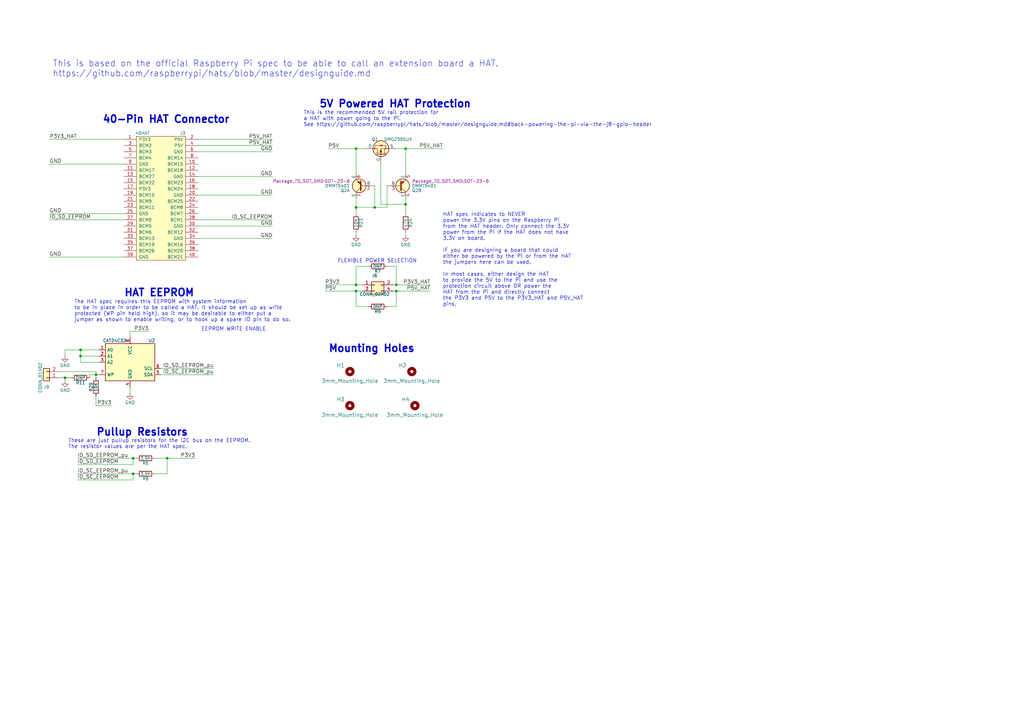
<source format=kicad_sch>
(kicad_sch (version 20230121) (generator eeschema)
  (paper "A3")
  (title_block (title "Raspberry Pi HAT") (rev "A"))
  (lib_symbols
    (symbol "Connector_Generic:Conn_01x02" (pin_names (offset 1.016) hide)
      (property "Reference" "J" (at 0 2.54 0))
      (property "Value" "Conn_01x02" (at 0 -5.08 0))
      (symbol "Conn_01x02_1_1"
        (rectangle (start -1.27 -2.413) (end 0 -2.667) (stroke (width 0.1524)))
        (rectangle (start -1.27 0.127) (end 0 -0.127) (stroke (width 0.1524)))
        (rectangle (start -1.27 1.27) (end 1.27 -3.81) (stroke (width 0.254)) (fill (type background)))
        (pin passive line (at -5.08 0 0) (length 3.81) (name "Pin_1") (number "1"))
        (pin passive line (at -5.08 -2.54 0) (length 3.81) (name "Pin_2") (number "2"))
      )
    )
    (symbol "Connector_Generic:Conn_02x02_Odd_Even" (pin_names (offset 1.016) hide)
      (property "Reference" "J" (at 1.27 2.54 0))
      (property "Value" "Conn_02x02_Odd_Even" (at 1.27 -5.08 0))
      (symbol "Conn_02x02_Odd_Even_1_1"
        (rectangle (start -1.27 -2.413) (end 0 -2.667) (stroke (width 0.1524)))
        (rectangle (start -1.27 0.127) (end 0 -0.127) (stroke (width 0.1524)))
        (rectangle (start -1.27 1.27) (end 3.81 -3.81) (stroke (width 0.254)) (fill (type background)))
        (rectangle (start 3.81 -2.413) (end 2.54 -2.667) (stroke (width 0.1524)))
        (rectangle (start 3.81 0.127) (end 2.54 -0.127) (stroke (width 0.1524)))
        (pin passive line (at -5.08 0 0) (length 3.81) (name "Pin_1") (number "1"))
        (pin passive line (at 7.62 0 180) (length 3.81) (name "Pin_2") (number "2"))
        (pin passive line (at -5.08 -2.54 0) (length 3.81) (name "Pin_3") (number "3"))
        (pin passive line (at 7.62 -2.54 180) (length 3.81) (name "Pin_4") (number "4"))
      )
    )
    (symbol "Device:R" (pin_numbers hide) (pin_names (offset 0))
      (property "Reference" "R" (at 2.032 0 90))
      (property "Value" "R" (at 0 0 90))
      (symbol "R_0_1"
        (rectangle (start -1.016 -2.54) (end 1.016 2.54) (stroke (width 0.254)))
      )
      (symbol "R_1_1"
        (pin passive line (at 0 3.81 270) (length 1.27) (name "~") (number "1"))
        (pin passive line (at 0 -3.81 90) (length 1.27) (name "~") (number "2"))
      )
    )
    (symbol "power:GND" (power) (pin_names (offset 0))
      (property "Value" "GND" (at 0 -3.81 0))
      (symbol "GND_0_1"
        (polyline (pts (xy 0 0) (xy 0 -1.27) (xy 1.27 -1.27) (xy 0 -2.54) (xy -1.27 -1.27) (xy 0 -1.27)))
      )
      (symbol "GND_1_1"
        (pin power_in line (at 0 0 270) (length 0) hide (name "GND") (number "1"))
      )
    )
    (symbol "raspberrypi_hat-rescue:Mounting_Hole-Mechanical" (pin_names (offset 1.016))
      (property "Reference" "MK" (at 0 5.08 0))
      (property "Value" "Mechanical:Mounting_Hole" (at 0 3.175 0))
      (symbol "Mounting_Hole-Mechanical_0_1"
        (circle (center 0 0) (radius 1.27) (stroke (width 1.27)))
      )
    )
    (symbol "raspberrypi_hat:CAT24C32" (pin_names (offset 0.762))
      (property "Reference" "U" (at -8.89 8.89 0))
      (property "Value" "CAT24C32" (at 6.35 8.89 0))
      (symbol "CAT24C32_0_0"
        (pin power_in line (at 0 -10.16 90) (length 2.54) (name "GND") (number "4"))
        (pin power_in line (at 0 10.16 270) (length 2.54) (name "VCC") (number "8"))
      )
      (symbol "CAT24C32_1_1"
        (rectangle (start -10.16 -7.62) (end 10.16 7.62) (stroke (width 0.254)) (fill (type background)))
        (pin input line (at -12.7 5.08 0) (length 2.54) (name "A0") (number "1"))
        (pin input line (at -12.7 2.54 0) (length 2.54) (name "A1") (number "2"))
        (pin input line (at -12.7 0 0) (length 2.54) (name "A2") (number "3"))
        (pin bidirectional line (at 12.7 -5.08 180) (length 2.54) (name "SDA") (number "5"))
        (pin input line (at 12.7 -2.54 180) (length 2.54) (name "SCL") (number "6"))
        (pin input line (at -12.7 -5.08 0) (length 2.54) (name "WP") (number "7"))
      )
    )
    (symbol "raspberrypi_hat:DMG2305UX" (pin_numbers hide) (pin_names (offset 0))
      (property "Reference" "Q" (at -2.54 3.81 0))
      (property "Value" "DMG2305UX" (at 12.7 3.81 0))
      (symbol "DMG2305UX_0_1"
        (polyline (pts (xy -2.54 0) (xy -2.286 0)) (stroke (width 0.254)))
        (polyline (pts (xy -1.778 -1.524) (xy 0 -1.524)))
        (polyline (pts (xy -1.778 -1.016) (xy -1.778 -2.032)))
        (polyline (pts (xy -1.778 0) (xy 0 0)))
        (polyline (pts (xy -1.778 0.508) (xy -1.778 -0.508)))
        (polyline (pts (xy -1.778 1.397) (xy 0 1.397)))
        (polyline (pts (xy -1.778 1.905) (xy -1.778 0.889)))
        (polyline (pts (xy 0 -2.032) (xy 0 -2.921)))
        (polyline (pts (xy 0 -1.778) (xy 0 0)))
        (polyline (pts (xy 0 -1.27) (xy 0 -2.032)))
        (polyline (pts (xy 0 1.524) (xy 0 2.794)))
        (polyline (pts (xy 0 2.159) (xy 0 1.397)))
        (polyline (pts (xy 0.889 -0.5334) (xy 1.6764 -0.508)))
        (polyline (pts (xy -2.286 1.778) (xy -2.286 -1.905) (xy -2.286 -1.397) (xy -2.286 -1.651)) (stroke (width 0.254)))
        (polyline (pts (xy -0.381 0) (xy -1.397 0.381) (xy -1.397 -0.381) (xy -0.381 0)) (fill (type outline)))
        (polyline (pts (xy 1.27 -0.4572) (xy 0.9906 0.1524) (xy 1.524 0.1524) (xy 1.2446 -0.4572)) (fill (type outline)))
        (polyline (pts (xy 0 2.54) (xy 1.27 2.54) (xy 1.27 0.508) (xy 1.27 -2.032) (xy 0 -2.032)))
        (circle (center 0 0) (radius 3.2512) (stroke (width 0.254)) (fill (type background)))
        (circle (center 0.0254 -2.032) (radius 0.1524) (fill (type outline)))
        (circle (center 0.0254 2.54) (radius 0.1778) (fill (type outline)))
      )
      (symbol "DMG2305UX_1_1"
        (pin input line (at -6.35 0 0) (length 3.81) (name "G") (number "1"))
        (pin passive line (at 0 -6.35 90) (length 3.81) (name "S") (number "2"))
        (pin passive line (at 0 6.35 270) (length 3.81) (name "D") (number "3"))
      )
    )
    (symbol "raspberrypi_hat:DMMT5401" (pin_names (offset 0))
      (property "Reference" "Q" (at 5.08 1.905 0))
      (property "Value" "DMMT5401" (at 5.08 0 0))
      (property "Footprint" "SOT-26" (at 5.08 -1.905 0))
      (symbol "DMMT5401_0_1"
        (polyline (pts (xy 0 0) (xy 0.635 0)))
        (polyline (pts (xy 2.54 -2.54) (xy 0.635 -0.635)))
        (polyline (pts (xy 2.54 2.54) (xy 0.635 0.635)))
        (polyline (pts (xy 0.635 1.905) (xy 0.635 -1.905) (xy 0.635 -1.905)) (stroke (width 0.508)) (fill (type outline)))
        (polyline (pts (xy 1.397 -1.905) (xy 1.905 -1.397) (xy 0.889 -0.889) (xy 1.397 -1.905) (xy 1.397 -1.905)) (fill (type outline)))
        (circle (center 1.27 0) (radius 2.8194) (stroke (width 0.254)) (fill (type background)))
      )
      (symbol "DMMT5401_1_1"
        (pin passive line (at 2.54 5.08 270) (length 2.54) (name "C") (number "1"))
        (pin input line (at -5.08 0 0) (length 5.08) (name "B") (number "2"))
        (pin passive line (at 2.54 -5.08 90) (length 2.54) (name "E") (number "6"))
      )
      (symbol "DMMT5401_2_1"
        (pin input line (at -5.08 0 0) (length 5.08) (name "B") (number "3"))
        (pin passive line (at 2.54 5.08 270) (length 2.54) (name "C") (number "4"))
        (pin passive line (at 2.54 -5.08 90) (length 2.54) (name "E") (number "5"))
      )
    )
    (symbol "raspberrypi_hat:OX40HAT" (pin_names (offset 1.016))
      (property "Reference" "J" (at 8.89 2.54 0))
      (property "Value" "OX40HAT" (at -7.62 2.54 0))
      (symbol "OX40HAT_0_1"
        (rectangle (start -10.16 1.27) (end 10.16 -49.53) (fill (type background)))
      )
      (symbol "OX40HAT_1_1"
        (pin bidirectional line (at -15.24 0 0) (length 5.08) (name "P3V3") (number "1"))
        (pin bidirectional line (at 15.24 -10.16 180) (length 5.08) (name "BCM15") (number "10"))
        (pin bidirectional line (at -15.24 -12.7 0) (length 5.08) (name "BCM17") (number "11"))
        (pin bidirectional line (at 15.24 -12.7 180) (length 5.08) (name "BCM18") (number "12"))
        (pin bidirectional line (at -15.24 -15.24 0) (length 5.08) (name "BCM27") (number "13"))
        (pin bidirectional line (at 15.24 -15.24 180) (length 5.08) (name "GND") (number "14"))
        (pin bidirectional line (at -15.24 -17.78 0) (length 5.08) (name "BCM22") (number "15"))
        (pin bidirectional line (at 15.24 -17.78 180) (length 5.08) (name "BCM23") (number "16"))
        (pin bidirectional line (at -15.24 -20.32 0) (length 5.08) (name "P3V3") (number "17"))
        (pin bidirectional line (at 15.24 -20.32 180) (length 5.08) (name "BCM24") (number "18"))
        (pin bidirectional line (at -15.24 -22.86 0) (length 5.08) (name "BCM10") (number "19"))
        (pin bidirectional line (at 15.24 0 180) (length 5.08) (name "P5V") (number "2"))
        (pin bidirectional line (at 15.24 -22.86 180) (length 5.08) (name "GND") (number "20"))
        (pin bidirectional line (at -15.24 -25.4 0) (length 5.08) (name "BCM9") (number "21"))
        (pin bidirectional line (at 15.24 -25.4 180) (length 5.08) (name "BCM25") (number "22"))
        (pin bidirectional line (at -15.24 -27.94 0) (length 5.08) (name "BCM11") (number "23"))
        (pin bidirectional line (at 15.24 -27.94 180) (length 5.08) (name "BCM8") (number "24"))
        (pin bidirectional line (at -15.24 -30.48 0) (length 5.08) (name "GND") (number "25"))
        (pin bidirectional line (at 15.24 -30.48 180) (length 5.08) (name "BCM7") (number "26"))
        (pin bidirectional line (at -15.24 -33.02 0) (length 5.08) (name "BCM0") (number "27"))
        (pin bidirectional line (at 15.24 -33.02 180) (length 5.08) (name "BCM1") (number "28"))
        (pin bidirectional line (at -15.24 -35.56 0) (length 5.08) (name "BCM5") (number "29"))
        (pin bidirectional line (at -15.24 -2.54 0) (length 5.08) (name "BCM2") (number "3"))
        (pin bidirectional line (at 15.24 -35.56 180) (length 5.08) (name "GND") (number "30"))
        (pin bidirectional line (at -15.24 -38.1 0) (length 5.08) (name "BCM6") (number "31"))
        (pin bidirectional line (at 15.24 -38.1 180) (length 5.08) (name "BCM12") (number "32"))
        (pin bidirectional line (at -15.24 -40.64 0) (length 5.08) (name "BCM13") (number "33"))
        (pin bidirectional line (at 15.24 -40.64 180) (length 5.08) (name "GND") (number "34"))
        (pin bidirectional line (at -15.24 -43.18 0) (length 5.08) (name "BCM19") (number "35"))
        (pin bidirectional line (at 15.24 -43.18 180) (length 5.08) (name "BCM16") (number "36"))
        (pin bidirectional line (at -15.24 -45.72 0) (length 5.08) (name "BCM26") (number "37"))
        (pin bidirectional line (at 15.24 -45.72 180) (length 5.08) (name "BCM20") (number "38"))
        (pin bidirectional line (at -15.24 -48.26 0) (length 5.08) (name "GND") (number "39"))
        (pin bidirectional line (at 15.24 -2.54 180) (length 5.08) (name "P5V") (number "4"))
        (pin bidirectional line (at 15.24 -48.26 180) (length 5.08) (name "BCM21") (number "40"))
        (pin bidirectional line (at -15.24 -5.08 0) (length 5.08) (name "BCM3") (number "5"))
        (pin bidirectional line (at 15.24 -5.08 180) (length 5.08) (name "GND") (number "6"))
        (pin bidirectional line (at -15.24 -7.62 0) (length 5.08) (name "BCM4") (number "7"))
        (pin bidirectional line (at 15.24 -7.62 180) (length 5.08) (name "BCM14") (number "8"))
        (pin bidirectional line (at -15.24 -10.16 0) (length 5.08) (name "GND") (number "9"))
      )
    )
  )
  (junction (at 153.67 85.09))
  (junction (at 166.37 83.82))
  (junction (at 54.61 187.96))
  (junction (at 162.56 119.38))
  (junction (at 54.61 194.31))
  (junction (at 146.05 116.84))
  (junction (at 33.02 143.51))
  (junction (at 39.37 153.67))
  (junction (at 146.05 60.96))
  (junction (at 68.58 187.96))
  (junction (at 146.05 85.09))
  (junction (at 166.37 60.96))
  (junction (at 146.05 119.38))
  (junction (at 162.56 116.84))
  (junction (at 33.02 146.05))
  (junction (at 26.67 154.94))
  (wire (pts (xy 166.37 83.82) (xy 166.37 87.63)))
  (wire (pts (xy 87.63 153.67) (xy 66.04 153.67)))
  (wire (pts (xy 54.61 194.31) (xy 55.88 194.31)))
  (wire (pts (xy 54.61 196.85) (xy 54.61 194.31)))
  (wire (pts (xy 153.67 85.09) (xy 158.75 85.09)))
  (wire (pts (xy 133.35 119.38) (xy 146.05 119.38)))
  (wire (pts (xy 31.75 194.31) (xy 54.61 194.31)))
  (wire (pts (xy 33.02 143.51) (xy 40.64 143.51)))
  (wire (pts (xy 31.75 187.96) (xy 54.61 187.96)))
  (wire (pts (xy 26.67 143.51) (xy 26.67 146.05)))
  (wire (pts (xy 50.8 67.31) (xy 20.32 67.31)))
  (wire (pts (xy 161.29 119.38) (xy 162.56 119.38)))
  (wire (pts (xy 39.37 166.37) (xy 39.37 162.56)))
  (wire (pts (xy 33.02 148.59) (xy 40.64 148.59)))
  (wire (pts (xy 146.05 96.52) (xy 146.05 95.25)))
  (wire (pts (xy 153.67 76.2) (xy 153.67 85.09)))
  (wire (pts (xy 162.56 116.84) (xy 162.56 109.22)))
  (wire (pts (xy 50.8 87.63) (xy 20.32 87.63)))
  (wire (pts (xy 54.61 190.5) (xy 54.61 187.96)))
  (wire (pts (xy 162.56 125.73) (xy 162.56 119.38)))
  (wire (pts (xy 146.05 109.22) (xy 146.05 116.84)))
  (wire (pts (xy 166.37 71.12) (xy 166.37 60.96)))
  (wire (pts (xy 54.61 187.96) (xy 55.88 187.96)))
  (wire (pts (xy 40.64 146.05) (xy 33.02 146.05)))
  (wire (pts (xy 81.28 90.17) (xy 111.76 90.17)))
  (wire (pts (xy 33.02 143.51) (xy 33.02 146.05)))
  (wire (pts (xy 166.37 96.52) (xy 166.37 95.25)))
  (wire (pts (xy 53.34 158.75) (xy 53.34 161.29)))
  (wire (pts (xy 54.61 196.85) (xy 31.75 196.85)))
  (wire (pts (xy 146.05 119.38) (xy 148.59 119.38)))
  (wire (pts (xy 134.62 60.96) (xy 146.05 60.96)))
  (wire (pts (xy 68.58 187.96) (xy 80.01 187.96)))
  (wire (pts (xy 53.34 135.89) (xy 60.96 135.89)))
  (wire (pts (xy 68.58 194.31) (xy 63.5 194.31)))
  (wire (pts (xy 53.34 135.89) (xy 53.34 138.43)))
  (wire (pts (xy 33.02 146.05) (xy 33.02 148.59)))
  (wire (pts (xy 26.67 154.94) (xy 29.21 154.94)))
  (wire (pts (xy 146.05 71.12) (xy 146.05 60.96)))
  (wire (pts (xy 36.83 153.67) (xy 36.83 154.94)))
  (wire (pts (xy 24.13 152.4) (xy 39.37 152.4)))
  (wire (pts (xy 151.13 109.22) (xy 146.05 109.22)))
  (wire (pts (xy 36.83 153.67) (xy 39.37 153.67)))
  (wire (pts (xy 81.28 72.39) (xy 111.76 72.39)))
  (wire (pts (xy 146.05 116.84) (xy 148.59 116.84)))
  (wire (pts (xy 166.37 60.96) (xy 181.61 60.96)))
  (wire (pts (xy 146.05 60.96) (xy 149.86 60.96)))
  (wire (pts (xy 39.37 153.67) (xy 39.37 154.94)))
  (wire (pts (xy 26.67 143.51) (xy 33.02 143.51)))
  (wire (pts (xy 81.28 97.79) (xy 111.76 97.79)))
  (wire (pts (xy 81.28 80.01) (xy 111.76 80.01)))
  (wire (pts (xy 162.56 109.22) (xy 158.75 109.22)))
  (wire (pts (xy 63.5 187.96) (xy 68.58 187.96)))
  (wire (pts (xy 26.67 156.21) (xy 26.67 154.94)))
  (wire (pts (xy 158.75 85.09) (xy 158.75 76.2)))
  (wire (pts (xy 68.58 194.31) (xy 68.58 187.96)))
  (wire (pts (xy 24.13 154.94) (xy 26.67 154.94)))
  (wire (pts (xy 146.05 81.28) (xy 146.05 85.09)))
  (wire (pts (xy 146.05 125.73) (xy 151.13 125.73)))
  (wire (pts (xy 81.28 92.71) (xy 111.76 92.71)))
  (wire (pts (xy 156.21 67.31) (xy 156.21 83.82)))
  (wire (pts (xy 158.75 125.73) (xy 162.56 125.73)))
  (wire (pts (xy 156.21 83.82) (xy 166.37 83.82)))
  (wire (pts (xy 81.28 59.69) (xy 111.76 59.69)))
  (wire (pts (xy 54.61 190.5) (xy 31.75 190.5)))
  (wire (pts (xy 162.56 60.96) (xy 166.37 60.96)))
  (wire (pts (xy 81.28 62.23) (xy 111.76 62.23)))
  (wire (pts (xy 39.37 153.67) (xy 40.64 153.67)))
  (wire (pts (xy 50.8 90.17) (xy 20.32 90.17)))
  (wire (pts (xy 161.29 116.84) (xy 162.56 116.84)))
  (wire (pts (xy 45.72 166.37) (xy 39.37 166.37)))
  (wire (pts (xy 146.05 85.09) (xy 153.67 85.09)))
  (wire (pts (xy 146.05 85.09) (xy 146.05 87.63)))
  (wire (pts (xy 133.35 116.84) (xy 146.05 116.84)))
  (wire (pts (xy 50.8 105.41) (xy 20.32 105.41)))
  (wire (pts (xy 146.05 119.38) (xy 146.05 125.73)))
  (wire (pts (xy 39.37 152.4) (xy 39.37 153.67)))
  (wire (pts (xy 81.28 57.15) (xy 111.76 57.15)))
  (wire (pts (xy 66.04 151.13) (xy 87.63 151.13)))
  (wire (pts (xy 162.56 116.84) (xy 176.53 116.84)))
  (wire (pts (xy 166.37 81.28) (xy 166.37 83.82)))
  (wire (pts (xy 162.56 119.38) (xy 176.53 119.38)))
  (wire (pts (xy 50.8 57.15) (xy 20.32 57.15)))
  (text "Pullup Resistors" (at 39.37 179.07 0) (effects (font (size 2.9972 2.9972) (thickness 0.5994) bold) (justify left bottom)))
  (text "The HAT spec requires this EEPROM with system information\nto be in place in order to be called a HAT. It should be set up as write\nprotected (WP pin held high), so it may be desirable to either put a \njumper as shown to enable writing, or to hook up a spare IO pin to do so." (at 30.48 132.08 0) (effects (font (size 1.524 1.524)) (justify left bottom)))
  (text "FLEXIBLE POWER SELECTION" (at 138.43 107.95 0) (effects (font (size 1.524 1.524)) (justify left bottom)))
  (text "This is based on the official Raspberry Pi spec to be able to call an extension board a HAT.\nhttps://github.com/raspberrypi/hats/blob/master/designguide.md" (at 21.59 31.75 0) (effects (font (size 2.54 2.54)) (justify left bottom)))
  (text "This is the recommended 5V rail protection for \na HAT with power going to the Pi.\nSee https://github.com/raspberrypi/hats/blob/master/designguide.md#back-powering-the-pi-via-the-j8-gpio-header" (at 124.46 52.07 0) (effects (font (size 1.524 1.524)) (justify left bottom)))
  (text "40-Pin HAT Connector" (at 41.91 50.8 0) (effects (font (size 2.9972 2.9972) (thickness 0.5994) bold) (justify left bottom)))
  (text "Mounting Holes" (at 134.62 144.78 0) (effects (font (size 2.9972 2.9972) (thickness 0.5994) bold) (justify left bottom)))
  (text "These are just pullup resistors for the I2C bus on the EEPROM.\nThe resistor values are per the HAT spec." (at 27.94 184.15 0) (effects (font (size 1.524 1.524)) (justify left bottom)))
  (text "5V Powered HAT Protection" (at 130.81 44.45 0) (effects (font (size 2.9972 2.9972) (thickness 0.5994) bold) (justify left bottom)))
  (text "EEPROM WRITE ENABLE" (at 82.55 135.89 0) (effects (font (size 1.524 1.524)) (justify left bottom)))
  (text "HAT spec indicates to NEVER\npower the 3.3V pins on the Raspberry Pi \nfrom the HAT header. Only connect the 3.3V\npower from the Pi if the HAT does not have\n3.3V on board.\n\nIF you are designing a board that could\neither be powered by the Pi or from the HAT\nthe jumpers here can be used.\n\nIn most cases, either design the HAT \nto provide the 5V to the Pi and use the\nprotection circuit above OR power the\nHAT from the Pi and directly connect\nthe P3V3 and P5V to the P3V3_HAT and P5V_HAT\npins." (at 181.61 125.73 0) (effects (font (size 1.524 1.524)) (justify left bottom)))
  (text "HAT EEPROM" (at 50.8 121.92 0) (effects (font (size 2.9972 2.9972) (thickness 0.5994) bold) (justify left bottom)))
  (label "GND" (at 111.76 72.39 180) (effects (font (size 1.524 1.524))))
  (label "ID_SC_EEPROM" (at 111.76 90.17 180) (effects (font (size 1.524 1.524))))
  (label "P3V3_HAT" (at 20.32 57.15 0) (effects (font (size 1.524 1.524))))
  (label "P3V3" (at 45.72 166.37 180) (effects (font (size 1.524 1.524))))
  (label "P3V3" (at 133.35 116.84 0) (effects (font (size 1.524 1.524))))
  (label "GND" (at 20.32 87.63 0) (effects (font (size 1.524 1.524))))
  (label "ID_SC_EEPROM" (at 31.75 196.85 0) (effects (font (size 1.524 1.524))))
  (label "P3V3" (at 60.96 135.89 180) (effects (font (size 1.524 1.524))))
  (label "GND" (at 20.32 105.41 0) (effects (font (size 1.524 1.524))))
  (label "ID_SD_EEPROM" (at 31.75 190.5 0) (effects (font (size 1.524 1.524))))
  (label "P5V" (at 133.35 119.38 0) (effects (font (size 1.524 1.524))))
  (label "P5V" (at 134.62 60.96 0) (effects (font (size 1.524 1.524))))
  (label "ID_SC_EEPROM_pu" (at 87.63 153.67 180) (effects (font (size 1.524 1.524))))
  (label "P3V3_HAT" (at 176.53 116.84 180) (effects (font (size 1.524 1.524))))
  (label "ID_SD_EEPROM_pu" (at 87.63 151.13 180) (effects (font (size 1.524 1.524))))
  (label "ID_SD_EEPROM" (at 20.32 90.17 0) (effects (font (size 1.524 1.524))))
  (label "GND" (at 111.76 80.01 180) (effects (font (size 1.524 1.524))))
  (label "GND" (at 111.76 97.79 180) (effects (font (size 1.524 1.524))))
  (label "GND" (at 111.76 62.23 180) (effects (font (size 1.524 1.524))))
  (label "ID_SC_EEPROM_pu" (at 31.75 194.31 0) (effects (font (size 1.524 1.524))))
  (label "GND" (at 20.32 67.31 0) (effects (font (size 1.524 1.524))))
  (label "ID_SD_EEPROM_pu" (at 31.75 187.96 0) (effects (font (size 1.524 1.524))))
  (label "P5V_HAT" (at 181.61 60.96 180) (effects (font (size 1.524 1.524))))
  (label "P5V_HAT" (at 111.76 57.15 180) (effects (font (size 1.524 1.524))))
  (label "GND" (at 111.76 92.71 180) (effects (font (size 1.524 1.524))))
  (label "P3V3" (at 80.01 187.96 180) (effects (font (size 1.524 1.524))))
  (label "P5V_HAT" (at 176.53 119.38 180) (effects (font (size 1.524 1.524))))
  (label "P5V_HAT" (at 111.76 59.69 180) (effects (font (size 1.524 1.524))))
  (symbol (lib_id "raspberrypi_hat-rescue:Mounting_Hole-Mechanical") (at 143.51 152.4 0) (unit 1)
    (property "Reference" "H1" (at 139.7 149.86 0) (effects (font (size 1.524 1.524))))
    (property "Value" "3mm_Mounting_Hole" (at 143.51 156.21 0) (effects (font (size 1.524 1.524))))
    (property "Footprint" "project_footprints:NPTH_3mm_ID" (effects hide))
  )
  (symbol (lib_id "raspberrypi_hat-rescue:Mounting_Hole-Mechanical") (at 168.91 152.4 0) (unit 1)
    (property "Reference" "H2" (at 165.1 149.86 0) (effects (font (size 1.524 1.524))))
    (property "Value" "3mm_Mounting_Hole" (at 168.91 156.21 0) (effects (font (size 1.524 1.524))))
    (property "Footprint" "project_footprints:NPTH_3mm_ID" (effects hide))
  )
  (symbol (lib_id "raspberrypi_hat-rescue:Mounting_Hole-Mechanical") (at 143.51 166.37 0) (unit 1)
    (property "Reference" "H3" (at 139.7 163.83 0) (effects (font (size 1.524 1.524))))
    (property "Value" "3mm_Mounting_Hole" (at 143.51 170.18 0) (effects (font (size 1.524 1.524))))
    (property "Footprint" "project_footprints:NPTH_3mm_ID" (effects hide))
  )
  (symbol (lib_id "raspberrypi_hat-rescue:Mounting_Hole-Mechanical") (at 170.18 166.37 0) (unit 1)
    (property "Reference" "H4" (at 166.37 163.83 0) (effects (font (size 1.524 1.524))))
    (property "Value" "3mm_Mounting_Hole" (at 170.18 170.18 0) (effects (font (size 1.524 1.524))))
    (property "Footprint" "project_footprints:NPTH_3mm_ID" (effects hide))
  )
  (symbol (lib_id "raspberrypi_hat:OX40HAT") (at 66.04 57.15 0) (unit 1)
    (property "Reference" "J3" (at 74.93 54.61 0))
    (property "Value" "40HAT" (at 58.42 54.61 0))
    (property "Footprint" "Connector_PinSocket_2.54mm:PinSocket_2x20_P2.54mm_Vertical" (effects hide))
  )
  (symbol (lib_id "Connector_Generic:Conn_02x02_Odd_Even") (at 153.67 116.84 0) (unit 1)
    (property "Reference" "J6" (at 153.67 113.03 0))
    (property "Value" "CONN_02X02" (at 153.67 120.65 0))
    (property "Footprint" "Connector_PinHeader_2.54mm:PinHeader_2x02_P2.54mm_Vertical" (effects hide))
  )
  (symbol (lib_id "raspberrypi_hat:DMG2305UX") (at 156.21 60.96 90) (unit 1)
    (property "Reference" "Q1" (at 152.4 57.15 90) (effects (justify right)))
    (property "Value" "DMG2305UX" (at 157.48 57.15 90) (effects (justify right)))
    (property "Footprint" "Package_TO_SOT_SMD:SOT-23" (effects hide))
  )
  (symbol (lib_id "raspberrypi_hat:DMMT5401") (at 148.59 76.2 180) (unit 1)
    (property "Reference" "Q2" (at 143.51 78.105 0) (effects (justify left)))
    (property "Value" "DMMT5401" (at 143.51 76.2 0) (effects (justify left)))
    (property "Footprint" "Package_TO_SOT_SMD:SOT-23-6" (at 143.51 74.295 0) (effects (font italic) (justify left)))
  )
  (symbol (lib_id "raspberrypi_hat:DMMT5401") (at 163.83 76.2 0) (mirror x) (unit 2)
    (property "Reference" "Q2" (at 168.91 78.105 0) (effects (justify left)))
    (property "Value" "DMMT5401" (at 168.91 76.2 0) (effects (justify left)))
    (property "Footprint" "Package_TO_SOT_SMD:SOT-23-6" (at 168.91 74.295 0) (effects (font italic) (justify left)))
  )
  (symbol (lib_id "Device:R") (at 146.05 91.44 0) (unit 1)
    (property "Reference" "R23" (at 148.082 91.44 90))
    (property "Value" "10K" (at 146.05 91.44 90))
    (property "Footprint" "Resistor_SMD:R_0603_1608Metric_Pad0.84x1.00mm_HandSolder" (effects hide))
  )
  (symbol (lib_id "Device:R") (at 166.37 91.44 0) (unit 1)
    (property "Reference" "R24" (at 168.402 91.44 90))
    (property "Value" "47K" (at 166.37 91.44 90))
    (property "Footprint" "Resistor_SMD:R_0603_1608Metric_Pad0.84x1.00mm_HandSolder" (effects hide))
  )
  (symbol (lib_id "power:GND") (at 146.05 96.52 0) (unit 1)
    (property "Reference" "#PWR01" (effects hide))
    (property "Value" "GND" (at 146.05 100.33 0))
  )
  (symbol (lib_id "power:GND") (at 166.37 96.52 0) (unit 1)
    (property "Reference" "#PWR02" (effects hide))
    (property "Value" "GND" (at 166.37 100.33 0))
  )
  (symbol (lib_id "raspberrypi_hat:CAT24C32") (at 53.34 148.59 0) (unit 1)
    (property "Reference" "U2" (at 62.23 139.7 0))
    (property "Value" "CAT24C32" (at 46.99 139.7 0))
    (property "Footprint" "Package_SOIC:SOIC-8_3.9x4.9mm_P1.27mm" (effects hide))
  )
  (symbol (lib_id "Device:R") (at 59.69 187.96 270) (unit 1)
    (property "Reference" "R6" (at 59.69 189.992 90))
    (property "Value" "3.9K" (at 59.69 187.96 90))
    (property "Footprint" "Resistor_SMD:R_0603_1608Metric_Pad0.84x1.00mm_HandSolder" (effects hide))
  )
  (symbol (lib_id "Device:R") (at 59.69 194.31 270) (unit 1)
    (property "Reference" "R8" (at 59.69 196.342 90))
    (property "Value" "3.9K" (at 59.69 194.31 90))
    (property "Footprint" "Resistor_SMD:R_0603_1608Metric_Pad0.84x1.00mm_HandSolder" (effects hide))
  )
  (symbol (lib_id "Connector_Generic:Conn_01x02") (at 19.05 154.94 180) (unit 1)
    (property "Reference" "J9" (at 19.05 158.75 0))
    (property "Value" "CONN_01X02" (at 16.51 154.94 90))
    (property "Footprint" "Connector_PinHeader_2.54mm:PinHeader_1x02_P2.54mm_Vertical" (effects hide))
  )
  (symbol (lib_id "Device:R") (at 39.37 158.75 180) (unit 1)
    (property "Reference" "R29" (at 37.338 158.75 90))
    (property "Value" "10K" (at 39.37 158.75 90))
    (property "Footprint" "Resistor_SMD:R_0603_1608Metric_Pad0.84x1.00mm_HandSolder" (effects hide))
  )
  (symbol (lib_id "power:GND") (at 26.67 146.05 0) (unit 1)
    (property "Reference" "#PWR03" (effects hide))
    (property "Value" "GND" (at 26.67 149.86 0))
  )
  (symbol (lib_id "power:GND") (at 26.67 156.21 0) (unit 1)
    (property "Reference" "#PWR04" (effects hide))
    (property "Value" "GND" (at 26.67 160.02 0))
  )
  (symbol (lib_id "Device:R") (at 154.94 109.22 270) (unit 1)
    (property "Reference" "R7" (at 154.94 111.252 90))
    (property "Value" "DNP" (at 154.94 109.22 90))
    (property "Footprint" "Resistor_SMD:R_0603_1608Metric_Pad0.84x1.00mm_HandSolder" (effects hide))
  )
  (symbol (lib_id "Device:R") (at 154.94 125.73 270) (unit 1)
    (property "Reference" "R9" (at 154.94 127.762 90))
    (property "Value" "DNP" (at 154.94 125.73 90))
    (property "Footprint" "Resistor_SMD:R_0603_1608Metric_Pad0.84x1.00mm_HandSolder" (effects hide))
  )
  (symbol (lib_id "Device:R") (at 33.02 154.94 270) (unit 1)
    (property "Reference" "R11" (at 33.02 156.972 90))
    (property "Value" "DNP" (at 33.02 154.94 90))
    (property "Footprint" "Resistor_SMD:R_0603_1608Metric_Pad0.84x1.00mm_HandSolder" (effects hide))
  )
  (symbol (lib_id "power:GND") (at 53.34 161.29 0) (unit 1)
    (property "Reference" "#PWR05" (effects hide))
    (property "Value" "GND" (at 53.34 165.1 0))
  )
)
</source>
